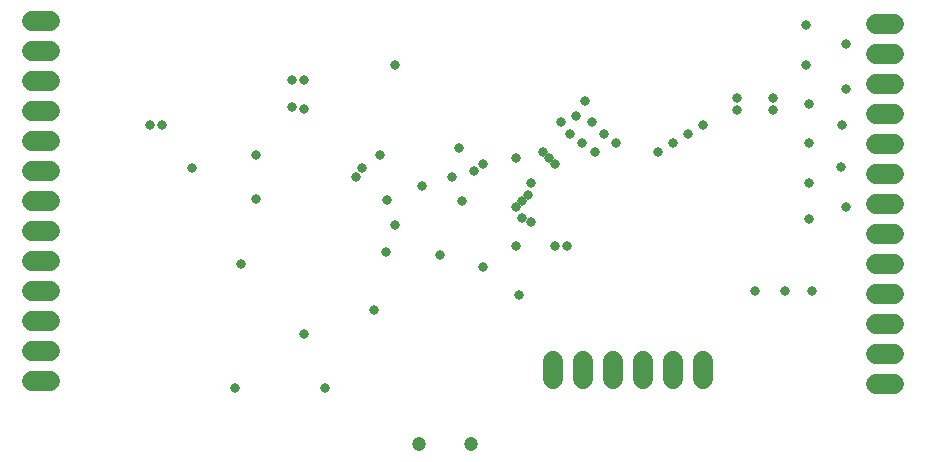
<source format=gbs>
G75*
G70*
%OFA0B0*%
%FSLAX24Y24*%
%IPPOS*%
%LPD*%
%AMOC8*
5,1,8,0,0,1.08239X$1,22.5*
%
%ADD10C,0.0474*%
%ADD11C,0.0680*%
%ADD12C,0.0319*%
D10*
X015107Y002348D03*
X016840Y002348D03*
D11*
X002800Y004452D02*
X002200Y004452D01*
X002200Y005452D02*
X002800Y005452D01*
X002800Y006452D02*
X002200Y006452D01*
X002200Y007452D02*
X002800Y007452D01*
X002800Y008452D02*
X002200Y008452D01*
X002200Y009452D02*
X002800Y009452D01*
X002800Y010452D02*
X002200Y010452D01*
X002200Y011452D02*
X002800Y011452D01*
X002800Y012452D02*
X002200Y012452D01*
X002200Y013452D02*
X002800Y013452D01*
X002800Y014452D02*
X002200Y014452D01*
X002200Y015452D02*
X002800Y015452D01*
X002800Y016452D02*
X002200Y016452D01*
X019552Y005108D02*
X019552Y004508D01*
X020552Y004508D02*
X020552Y005108D01*
X021552Y005108D02*
X021552Y004508D01*
X022552Y004508D02*
X022552Y005108D01*
X023552Y005108D02*
X023552Y004508D01*
X024552Y004508D02*
X024552Y005108D01*
X030319Y005351D02*
X030919Y005351D01*
X030919Y006351D02*
X030319Y006351D01*
X030319Y007351D02*
X030919Y007351D01*
X030919Y008351D02*
X030319Y008351D01*
X030319Y009351D02*
X030919Y009351D01*
X030919Y010351D02*
X030319Y010351D01*
X030319Y011351D02*
X030919Y011351D01*
X030919Y012351D02*
X030319Y012351D01*
X030319Y013351D02*
X030919Y013351D01*
X030919Y014351D02*
X030319Y014351D01*
X030319Y015351D02*
X030919Y015351D01*
X030919Y016351D02*
X030319Y016351D01*
X030319Y004351D02*
X030919Y004351D01*
D12*
X028200Y007428D03*
X027293Y007428D03*
X026285Y007428D03*
X028100Y009847D03*
X029309Y010250D03*
X028100Y011056D03*
X029173Y011561D03*
X028100Y012367D03*
X029208Y012971D03*
X028100Y013677D03*
X029309Y014181D03*
X027999Y014987D03*
X029309Y015693D03*
X027999Y016297D03*
X026890Y013878D03*
X026890Y013475D03*
X025681Y013475D03*
X025681Y013878D03*
X024572Y012971D03*
X024068Y012669D03*
X023564Y012367D03*
X023060Y012064D03*
X021649Y012367D03*
X021246Y012669D03*
X020843Y013072D03*
X020339Y013274D03*
X019835Y013072D03*
X020137Y012669D03*
X020540Y012367D03*
X020944Y012064D03*
X019633Y011661D03*
X019432Y011863D03*
X019230Y012064D03*
X018323Y011863D03*
X017214Y011661D03*
X016912Y011460D03*
X016207Y011258D03*
X015199Y010956D03*
X014014Y010477D03*
X012981Y011258D03*
X013183Y011560D03*
X013788Y011963D03*
X016421Y012199D03*
X018827Y011056D03*
X018726Y010653D03*
X018525Y010452D03*
X018323Y010250D03*
X018537Y009884D03*
X018827Y009746D03*
X018323Y008940D03*
X017227Y008234D03*
X015803Y008637D03*
X014292Y009645D03*
X013989Y008738D03*
X013586Y006823D03*
X011268Y006017D03*
X011974Y004203D03*
X008950Y004203D03*
X009151Y008335D03*
X009655Y010502D03*
X007539Y011560D03*
X009655Y011963D03*
X010865Y013576D03*
X011268Y013524D03*
X011268Y014483D03*
X010865Y014483D03*
X014292Y014987D03*
X020641Y013778D03*
X016509Y010452D03*
X019633Y008940D03*
X020037Y008940D03*
X018424Y007327D03*
X006531Y012971D03*
X006128Y012971D03*
M02*

</source>
